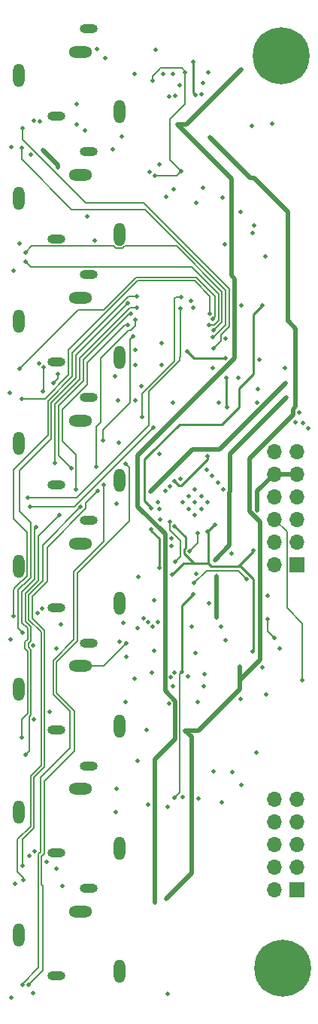
<source format=gbr>
%TF.GenerationSoftware,KiCad,Pcbnew,(6.0.11)*%
%TF.CreationDate,2023-02-21T23:01:43+01:00*%
%TF.ProjectId,eurorack-pmod-pcb,6575726f-7261-4636-9b2d-706d6f642d70,rev?*%
%TF.SameCoordinates,Original*%
%TF.FileFunction,Copper,L2,Inr*%
%TF.FilePolarity,Positive*%
%FSLAX46Y46*%
G04 Gerber Fmt 4.6, Leading zero omitted, Abs format (unit mm)*
G04 Created by KiCad (PCBNEW (6.0.11)) date 2023-02-21 23:01:43*
%MOMM*%
%LPD*%
G01*
G04 APERTURE LIST*
%TA.AperFunction,ComponentPad*%
%ADD10C,0.500000*%
%TD*%
%TA.AperFunction,ComponentPad*%
%ADD11C,0.800000*%
%TD*%
%TA.AperFunction,ComponentPad*%
%ADD12C,6.400000*%
%TD*%
%TA.AperFunction,ComponentPad*%
%ADD13O,1.308000X2.616000*%
%TD*%
%TA.AperFunction,ComponentPad*%
%ADD14O,2.016000X1.008000*%
%TD*%
%TA.AperFunction,ComponentPad*%
%ADD15O,2.616000X1.308000*%
%TD*%
%TA.AperFunction,ComponentPad*%
%ADD16R,1.700000X1.700000*%
%TD*%
%TA.AperFunction,ComponentPad*%
%ADD17O,1.700000X1.700000*%
%TD*%
%TA.AperFunction,ViaPad*%
%ADD18C,0.500000*%
%TD*%
%TA.AperFunction,Conductor*%
%ADD19C,0.200000*%
%TD*%
%TA.AperFunction,Conductor*%
%ADD20C,0.508000*%
%TD*%
%TA.AperFunction,Conductor*%
%ADD21C,0.204000*%
%TD*%
%TA.AperFunction,Conductor*%
%ADD22C,0.254000*%
%TD*%
G04 APERTURE END LIST*
D10*
%TO.N,GND*%
%TO.C,U1*%
X742645Y-54694482D03*
X2156859Y-54694482D03*
X2156859Y-53280268D03*
X1449752Y-52573161D03*
X742645Y-53280268D03*
X1449752Y-55401589D03*
X1449752Y-53987375D03*
X2863966Y-53987375D03*
X35538Y-53987375D03*
%TD*%
D11*
%TO.N,N/C*%
%TO.C,REF\u002A\u002A*%
X12873056Y-2112944D03*
X8776000Y-3810000D03*
X9478944Y-2112944D03*
D12*
X11176000Y-3810000D03*
D11*
X12873056Y-5507056D03*
X11176000Y-1410000D03*
X11176000Y-6210000D03*
X13576000Y-3810000D03*
X9478944Y-5507056D03*
%TD*%
D13*
%TO.N,GND*%
%TO.C,J10*%
X-18382000Y-88772626D03*
D14*
X-10482000Y-83572626D03*
D15*
%TO.N,/JACK_DETECT_OUT3*%
X-11482000Y-86172626D03*
D14*
%TO.N,Net-(J10-PadT)*%
X-14182000Y-93372626D03*
D13*
%TO.N,unconnected-(J10-PadTN)*%
X-7082000Y-92872626D03*
%TD*%
%TO.N,GND*%
%TO.C,J5*%
X-18382000Y-19829771D03*
D14*
X-10482000Y-14629771D03*
D15*
%TO.N,/JACK_DETECT_IN2*%
X-11482000Y-17229771D03*
D14*
%TO.N,Net-(J5-PadT)*%
X-14182000Y-24429771D03*
D13*
%TO.N,unconnected-(J5-PadTN)*%
X-7082000Y-23929771D03*
%TD*%
D11*
%TO.N,N/C*%
%TO.C,REF\u002A\u002A*%
X11303000Y-108699000D03*
X13000056Y-107996056D03*
X9605944Y-104601944D03*
X13000056Y-104601944D03*
D12*
X11303000Y-106299000D03*
D11*
X9605944Y-107996056D03*
X13703000Y-106299000D03*
X11303000Y-103899000D03*
X8903000Y-106299000D03*
%TD*%
D16*
%TO.N,Net-(D2-Pad1)*%
%TO.C,J1*%
X12954000Y-97459800D03*
D17*
X10414000Y-97459800D03*
%TO.N,GND*%
X12954000Y-94919800D03*
X10414000Y-94919800D03*
X12954000Y-92379800D03*
X10414000Y-92379800D03*
X12954000Y-89839800D03*
X10414000Y-89839800D03*
%TO.N,Net-(D1-Pad2)*%
X12954000Y-87299800D03*
X10414000Y-87299800D03*
%TD*%
D13*
%TO.N,GND*%
%TO.C,J9*%
X-18382000Y-74984055D03*
D14*
X-10482000Y-69784055D03*
D15*
%TO.N,/JACK_DETECT_OUT2*%
X-11482000Y-72384055D03*
D14*
%TO.N,Net-(J9-PadT)*%
X-14182000Y-79584055D03*
D13*
%TO.N,unconnected-(J9-PadTN)*%
X-7082000Y-79084055D03*
%TD*%
%TO.N,GND*%
%TO.C,J11*%
X-18382000Y-102561200D03*
D14*
X-10482000Y-97361200D03*
D15*
%TO.N,/JACK_DETECT_OUT4*%
X-11482000Y-99961200D03*
D14*
%TO.N,Net-(J11-PadT)*%
X-14182000Y-107161200D03*
D13*
%TO.N,unconnected-(J11-PadTN)*%
X-7082000Y-106661200D03*
%TD*%
%TO.N,GND*%
%TO.C,J7*%
X-18382000Y-47406913D03*
D14*
X-10482000Y-42206913D03*
D15*
%TO.N,/JACK_DETECT_IN4*%
X-11482000Y-44806913D03*
D14*
%TO.N,Net-(J7-PadT)*%
X-14182000Y-52006913D03*
D13*
%TO.N,unconnected-(J7-PadTN)*%
X-7082000Y-51506913D03*
%TD*%
%TO.N,GND*%
%TO.C,J4*%
X-18382000Y-6041200D03*
D14*
X-10482000Y-841200D03*
D15*
%TO.N,/JACK_DETECT_IN1*%
X-11482000Y-3441200D03*
D14*
%TO.N,Net-(J4-PadT)*%
X-14182000Y-10641200D03*
D13*
%TO.N,unconnected-(J4-PadTN)*%
X-7082000Y-10141200D03*
%TD*%
%TO.N,GND*%
%TO.C,J6*%
X-18382000Y-33618342D03*
D14*
X-10482000Y-28418342D03*
D15*
%TO.N,/JACK_DETECT_IN3*%
X-11482000Y-31018342D03*
D14*
%TO.N,Net-(J6-PadT)*%
X-14182000Y-38218342D03*
D13*
%TO.N,unconnected-(J6-PadTN)*%
X-7082000Y-37718342D03*
%TD*%
%TO.N,GND*%
%TO.C,J8*%
X-18382000Y-61195484D03*
D14*
X-10482000Y-55995484D03*
D15*
%TO.N,/JACK_DETECT_OUT1*%
X-11482000Y-58595484D03*
D14*
%TO.N,Net-(J8-PadT)*%
X-14182000Y-65795484D03*
D13*
%TO.N,unconnected-(J8-PadTN)*%
X-7082000Y-65295484D03*
%TD*%
D16*
%TO.N,/SDIN1*%
%TO.C,J2*%
X12954000Y-60960000D03*
D17*
%TO.N,/SCL*%
X10414000Y-60960000D03*
%TO.N,/SDOUT1*%
X12954000Y-58420000D03*
%TO.N,/SDA*%
X10414000Y-58420000D03*
%TO.N,/LRCK*%
X12954000Y-55880000D03*
%TO.N,/PDN*%
X10414000Y-55880000D03*
%TO.N,/BICK*%
X12954000Y-53340000D03*
%TO.N,/MCLK*%
X10414000Y-53340000D03*
%TO.N,GNDD*%
X12954000Y-50800000D03*
X10414000Y-50800000D03*
%TO.N,/C_3V3*%
X12954000Y-48260000D03*
X10414000Y-48260000D03*
%TD*%
D18*
%TO.N,GND*%
X2336800Y-18643600D03*
X8331200Y-82092800D03*
X8534400Y-41300400D03*
X4572000Y-19761200D03*
X6553200Y-76047600D03*
X-932100Y-18802608D03*
X-763232Y-8358162D03*
X2435539Y-74665602D03*
X-154910Y-51371921D03*
X4826000Y-24993600D03*
X8483600Y-42773600D03*
X7951500Y-23749500D03*
X5588000Y-59690000D03*
X-2590800Y-48514000D03*
X1593280Y-62044009D03*
X11582400Y-38862000D03*
X8737600Y-37947600D03*
X-1625600Y-88138000D03*
X2214412Y-8170560D03*
X-1074147Y-74653166D03*
X-1625600Y-109169200D03*
X-1063556Y-42806044D03*
X-5042408Y-83005297D03*
X2968102Y-5718698D03*
X4927600Y-69443600D03*
X6553200Y-21386800D03*
X6654800Y-85750400D03*
X6647100Y-31851929D03*
%TO.N,+3.3VA*%
X-3556000Y-52781200D03*
X11684000Y-40589200D03*
%TO.N,VDD*%
X3911600Y-66954400D03*
X9601200Y-67106800D03*
X-6631160Y-67546300D03*
X3708400Y-60452000D03*
X-13970000Y-16357600D03*
X-15697200Y-14427200D03*
X10363200Y-69240400D03*
X3911600Y-62230000D03*
X-4363398Y-67011059D03*
X11734800Y-42164000D03*
%TO.N,+12V*%
X355600Y-79603600D03*
X6502400Y-72440800D03*
X11938000Y-33680400D03*
X-1778000Y-98501200D03*
X3149600Y-12954000D03*
X8128000Y-17526000D03*
%TO.N,-12V*%
X5537200Y-28498800D03*
X-863600Y-80619600D03*
X-3048000Y-98958400D03*
X6654800Y-5384800D03*
X-558800Y-11531600D03*
%TO.N,Net-(C21-Pad2)*%
X-5334000Y-5892800D03*
X-2133600Y-5842000D03*
%TO.N,Net-(C23-Pad1)*%
X-1270000Y-73609200D03*
X-1473200Y-76555600D03*
%TO.N,Net-(C18-Pad1)*%
X-2590800Y-16002000D03*
X-3688646Y-16895988D03*
%TO.N,/SDIN1*%
X1778000Y-57454800D03*
X9652000Y-64465200D03*
X812800Y-59486800D03*
%TO.N,/SCL*%
X1371600Y-63042800D03*
X-762000Y-60655200D03*
X-1397000Y-56159400D03*
X7274135Y-62648630D03*
X-5283200Y-38557200D03*
%TO.N,/SDOUT1*%
X-1168400Y-58877200D03*
%TO.N,/SDA*%
X-2318956Y-38524244D03*
X-1175508Y-58072404D03*
X3048000Y-65328800D03*
%TO.N,/PDN*%
X13563600Y-73964800D03*
X-2489200Y-55880000D03*
%TO.N,Net-(C25-Pad1)*%
X5689600Y-84277200D03*
X3556000Y-84226400D03*
%TO.N,/-VCOM*%
X-101600Y-16764000D03*
X9042400Y-31902400D03*
X-50800Y-73050400D03*
X1219200Y-64262000D03*
X-3352800Y-6604000D03*
X-3505200Y-54610000D03*
X-3505200Y-57048400D03*
X-863600Y-87172800D03*
X-2576689Y-61301489D03*
X304800Y-5689600D03*
X-3098800Y-17272000D03*
%TO.N,/dual_mono_inputs1/IN1_3V*%
X13193999Y-43857265D03*
X2743200Y-50292000D03*
%TO.N,Net-(RN4-Pad5)*%
X-1475846Y-8460844D03*
X-1066800Y-5892800D03*
%TO.N,/dual_mono_inputs1/IN2_3V*%
X12803761Y-44991100D03*
X3403600Y-51003200D03*
%TO.N,/vref/+3V0_AREF*%
X4165600Y-42824400D03*
X-863600Y-51612800D03*
X2844800Y-48768000D03*
X6299200Y-40030400D03*
%TO.N,/dual_mono_inputs2/IN1_3V*%
X13647500Y-45059600D03*
X4064000Y-51765200D03*
%TO.N,Net-(RN3-Pad5)*%
X-269437Y-7156028D03*
X2387600Y-6858000D03*
%TO.N,/dual_mono_inputs2/IN2_3V*%
X7874000Y-11734800D03*
X14224000Y-45669200D03*
X4673600Y-52527200D03*
X10160000Y-11430000D03*
%TO.N,/dual_mono_outputs1/OUT1*%
X-1361352Y-52210926D03*
X660400Y-73558400D03*
%TO.N,Net-(C20-Pad1)*%
X1524326Y-8284952D03*
X1270000Y-4521200D03*
%TO.N,/dual_mono_outputs1/OUT2*%
X-863600Y-73101200D03*
X-1846497Y-52714850D03*
%TO.N,/dual_mono_outputs2/OUT1*%
X56511Y-87067040D03*
X-2743200Y-53949600D03*
%TO.N,/dual_mono_outputs2/OUT2*%
X-2590800Y-54711600D03*
X1828800Y-87223600D03*
%TO.N,Net-(D3-Pad1)*%
X3505200Y-36728400D03*
X-17983200Y-11938000D03*
%TO.N,Net-(C22-Pad1)*%
X2489200Y-73304400D03*
X1778054Y-76440704D03*
%TO.N,Net-(D4-Pad1)*%
X-18084800Y-14173200D03*
X3454400Y-35458400D03*
%TO.N,Net-(D4-Pad2)*%
X-16691985Y-11111802D03*
X-19202400Y-14071600D03*
%TO.N,Net-(D5-Pad1)*%
X-17627600Y-25908000D03*
X3505200Y-34696400D03*
%TO.N,GNDD*%
X3698929Y-56546040D03*
X-851013Y-56665302D03*
X7924800Y-70713600D03*
X4978400Y-39979600D03*
X10972800Y-70358000D03*
X9499600Y-75590400D03*
X8483600Y-54914800D03*
X558800Y-37033200D03*
X9042400Y-72542400D03*
X-1115401Y-62127521D03*
X5029200Y-43281600D03*
X8018844Y-59428444D03*
X4927600Y-37795200D03*
X2899940Y-57306930D03*
%TO.N,Net-(D5-Pad2)*%
X-16002000Y-11226800D03*
X-17050956Y-14917356D03*
%TO.N,Net-(J4-PadT)*%
X-1778000Y-19659600D03*
%TO.N,Net-(J5-PadT)*%
X1574800Y-20320000D03*
%TO.N,Net-(J6-PadT)*%
X-10972800Y-12242800D03*
%TO.N,Net-(J7-PadT)*%
X-2997200Y-3200400D03*
X-11836400Y-9296400D03*
X-11887200Y-11531600D03*
%TO.N,Net-(J8-PadT)*%
X-4013200Y-79502000D03*
%TO.N,Net-(J9-PadT)*%
X-5366956Y-73794556D03*
%TO.N,Net-(D6-Pad1)*%
X-17627600Y-26974800D03*
X3048000Y-34036000D03*
%TO.N,Net-(D6-Pad2)*%
X-18948400Y-27940000D03*
X-18338800Y-24942800D03*
%TO.N,Net-(D7-Pad1)*%
X3454400Y-33426400D03*
X-18338800Y-38963600D03*
%TO.N,Net-(D8-Pad1)*%
X-18084800Y-42367200D03*
X3149600Y-32766000D03*
%TO.N,Net-(D8-Pad2)*%
X-16143262Y-38376033D03*
X-19405600Y-41656000D03*
%TO.N,Net-(D9-Pad1)*%
X-203200Y-32207200D03*
X1219200Y-32156400D03*
X-17373600Y-53492400D03*
%TO.N,Net-(D9-Pad2)*%
X-15687900Y-41505053D03*
X-15595600Y-38811200D03*
%TO.N,Net-(D10-Pad1)*%
X-3200400Y-45567600D03*
X-4521200Y-44399200D03*
X-17119600Y-54457600D03*
X1016000Y-31343600D03*
X-121341Y-30971349D03*
%TO.N,Net-(D10-Pad2)*%
X-13978881Y-39620301D03*
X-14499890Y-40634418D03*
%TO.N,Net-(D11-Pad1)*%
X-19020003Y-66751200D03*
X-5080000Y-30835600D03*
%TO.N,Net-(D12-Pad1)*%
X-17983200Y-68630800D03*
X-6075670Y-31638221D03*
%TO.N,Net-(D12-Pad2)*%
X-16265300Y-66381441D03*
X-19354800Y-69392800D03*
%TO.N,Net-(D13-Pad1)*%
X-14325600Y-49530000D03*
X-5130800Y-32156400D03*
X-16459200Y-56794400D03*
X-18034000Y-80365600D03*
%TO.N,Net-(D13-Pad2)*%
X-16744691Y-70042924D03*
X-15734016Y-65926423D03*
%TO.N,Net-(D14-Pad1)*%
X-12496800Y-50139600D03*
X-13817600Y-55372000D03*
X-17656935Y-82345390D03*
X-5740400Y-32816800D03*
%TO.N,Net-(J10-PadT)*%
X-3860800Y-87884000D03*
%TO.N,Net-(D14-Pad2)*%
X-14893700Y-77548953D03*
X-13665200Y-67716400D03*
X-16697001Y-78340617D03*
X-14122400Y-70358000D03*
%TO.N,Net-(D15-Pad1)*%
X-17932400Y-94742000D03*
X-9652000Y-49987200D03*
X-5283200Y-33477200D03*
X-9499600Y-52730400D03*
%TO.N,Net-(D16-Pad1)*%
X-17881600Y-96418400D03*
X-11430000Y-54508400D03*
X-11938000Y-52527200D03*
X-6096000Y-34086800D03*
%TO.N,Net-(D16-Pad2)*%
X-17194056Y-93667958D03*
X-18846800Y-96824800D03*
%TO.N,Net-(D17-Pad1)*%
X-8940800Y-46990000D03*
X-17971503Y-108153200D03*
X-8788400Y-52019200D03*
X-5537200Y-35306000D03*
%TO.N,Net-(D17-Pad2)*%
X-16644556Y-93134244D03*
X-14182500Y-95148400D03*
%TO.N,Net-(D18-Pad1)*%
X-7213600Y-42570400D03*
X-7112000Y-47244000D03*
X-5283200Y-36830000D03*
X-4622800Y-40894000D03*
X-6400800Y-49631600D03*
X-17272000Y-108153200D03*
%TO.N,Net-(D18-Pad2)*%
X-13512800Y-97028000D03*
X-15290800Y-94386400D03*
X-16764000Y-109067600D03*
X-19258700Y-109575600D03*
%TO.N,/JACK_DETECT_IN1*%
X4927600Y-35560000D03*
X-6756400Y-12903200D03*
X-9601200Y-3048000D03*
X-7823200Y-14325600D03*
X3454400Y-38862000D03*
X-10668000Y-21844000D03*
X-9855200Y-24587200D03*
X-3149600Y-64973200D03*
X-8686800Y-4064000D03*
%TO.N,/JACK_DETECT_IN2*%
X-5232400Y-42519600D03*
X-4927600Y-62382400D03*
X-7569200Y-39827200D03*
%TO.N,/JACK_DETECT_IN3*%
X-4978400Y-68122800D03*
%TO.N,/JACK_DETECT_IN4*%
X-3809244Y-67437928D03*
X-7366000Y-54152800D03*
%TO.N,/JACK_DETECT_OUT1*%
X-3184800Y-70647200D03*
X-7061200Y-69646800D03*
%TO.N,/JACK_DETECT_OUT2*%
X-6248400Y-69799200D03*
X-3302000Y-67919600D03*
%TO.N,/JACK_DETECT_OUT3*%
X-2763353Y-67418293D03*
X-6400800Y-76403200D03*
X-6248400Y-71323200D03*
%TO.N,/JACK_DETECT_OUT4*%
X-3398742Y-73072653D03*
X-7467600Y-88747600D03*
X-7416800Y-86156800D03*
X1473200Y-70916800D03*
%TO.N,Net-(J11-PadT)*%
X4470400Y-87680800D03*
%TO.N,/~{PDN}*%
X-2336800Y-36068000D03*
X4368800Y-67919600D03*
X1117600Y-67919600D03*
%TO.N,Net-(RN7-Pad6)*%
X8077200Y-22860000D03*
X9398000Y-26365200D03*
%TD*%
D19*
%TO.N,Net-(D6-Pad1)*%
X3048000Y-34036000D02*
X3621911Y-34036000D01*
X3621911Y-34036000D02*
X4101002Y-33556909D01*
X4098601Y-30610021D02*
X1072980Y-27584400D01*
X4101002Y-33556909D02*
X4101002Y-30657042D01*
X4101002Y-30657042D02*
X4098601Y-30654641D01*
X4098601Y-30654641D02*
X4098601Y-30610021D01*
X-17018000Y-27584400D02*
X-17627600Y-26974800D01*
X1072980Y-27584400D02*
X-17018000Y-27584400D01*
%TO.N,Net-(D5-Pad1)*%
X-17627600Y-25908000D02*
X-16916400Y-25196800D01*
X-16916400Y-25196800D02*
X-7714893Y-25196800D01*
X4498102Y-30489162D02*
X4500503Y-30491563D01*
X3526491Y-34696400D02*
X3505200Y-34696400D01*
X-7714893Y-25196800D02*
X-7446922Y-25464771D01*
X-7446922Y-25464771D02*
X-6717078Y-25464771D01*
X-6717078Y-25464771D02*
X-6449107Y-25196800D01*
X-6449107Y-25196800D02*
X-648040Y-25196800D01*
X-648040Y-25196800D02*
X4498102Y-30342942D01*
X4498102Y-30342942D02*
X4498102Y-30489162D01*
X4500503Y-30491563D02*
X4500503Y-33722388D01*
X4500503Y-33722388D02*
X3526491Y-34696400D01*
%TO.N,Net-(D18-Pad1)*%
X-14122400Y-71882000D02*
X-11790000Y-69549600D01*
X-12090400Y-77419200D02*
X-14122400Y-75387200D01*
X-12090400Y-81889600D02*
X-12090400Y-77419200D01*
X-5943600Y-50088800D02*
X-6400800Y-49631600D01*
X-15494000Y-85293200D02*
X-12090400Y-81889600D01*
X-15494000Y-90373200D02*
X-15494000Y-85293200D01*
X-11790000Y-69549600D02*
X-11790000Y-61929600D01*
X-15490000Y-90377200D02*
X-15494000Y-90373200D01*
X-15827899Y-96897301D02*
X-15827899Y-93755099D01*
X-15490000Y-93417200D02*
X-15490000Y-90377200D01*
X-14122400Y-75387200D02*
X-14122400Y-71882000D01*
X-15697200Y-106578400D02*
X-15697200Y-97028000D01*
X-15827899Y-93755099D02*
X-15490000Y-93417200D01*
X-15697200Y-97028000D02*
X-15827899Y-96897301D01*
X-17272000Y-108153200D02*
X-15697200Y-106578400D01*
X-11790000Y-61929600D02*
X-5943600Y-56083200D01*
X-5943600Y-56083200D02*
X-5943600Y-50088800D01*
%TO.N,Net-(D17-Pad1)*%
X-12189501Y-69384121D02*
X-12189501Y-61764121D01*
X-14521901Y-75552679D02*
X-14521901Y-71716521D01*
X-12649200Y-77425380D02*
X-14521901Y-75552679D01*
X-12649200Y-81534000D02*
X-12649200Y-77425380D01*
X-16154400Y-93421200D02*
X-15951200Y-93218000D01*
X-15951200Y-84836000D02*
X-12649200Y-81534000D01*
X-15951200Y-93218000D02*
X-15951200Y-84836000D01*
X-16154400Y-106222800D02*
X-16154400Y-93421200D01*
X-17971503Y-108039903D02*
X-16154400Y-106222800D01*
X-12189501Y-61764121D02*
X-8788400Y-58363020D01*
X-14521901Y-71716521D02*
X-12189501Y-69384121D01*
X-17971503Y-108153200D02*
X-17971503Y-108039903D01*
X-8788400Y-58363020D02*
X-8788400Y-52019200D01*
D20*
%TO.N,+3.3VA*%
X1160700Y-48064500D02*
X-3556000Y-52781200D01*
X4208700Y-48064500D02*
X1160700Y-48064500D01*
X11684000Y-40589200D02*
X4208700Y-48064500D01*
D21*
%TO.N,VDD*%
X10363200Y-69240400D02*
X9601200Y-68478400D01*
D20*
X5326300Y-52869400D02*
X5326300Y-58834100D01*
X5377100Y-52818600D02*
X5326300Y-52869400D01*
X5326300Y-58834100D02*
X3708400Y-60452000D01*
X-13970000Y-16154400D02*
X-15697200Y-14427200D01*
X5377100Y-48521700D02*
X5377100Y-52818600D01*
X11734800Y-42164000D02*
X5377100Y-48521700D01*
D21*
X9601200Y-68478400D02*
X9601200Y-67106800D01*
D20*
X3911600Y-62230000D02*
X3911600Y-66954400D01*
X-13970000Y-16357600D02*
X-13970000Y-16154400D01*
%TO.N,+12V*%
X12490499Y-44148665D02*
X12490499Y-43565865D01*
X7572898Y-49087460D02*
X12501096Y-44159262D01*
X8759301Y-56191059D02*
X7572898Y-55004656D01*
X12501096Y-44159262D02*
X12490499Y-44148665D01*
X8128000Y-17526000D02*
X7721600Y-17526000D01*
X11938000Y-33680400D02*
X11938000Y-21336000D01*
X5892800Y-75539600D02*
X6502400Y-74930000D01*
X7572898Y-55004656D02*
X7572898Y-49087460D01*
X-1778000Y-98501200D02*
X1066800Y-95656400D01*
X8759301Y-71707899D02*
X8759301Y-56191059D01*
X12801600Y-34493200D02*
X11988800Y-33680400D01*
X7721600Y-17526000D02*
X3149600Y-12954000D01*
X355600Y-79603600D02*
X1828800Y-79603600D01*
X12801600Y-43254764D02*
X12801600Y-34493200D01*
X1828800Y-79603600D02*
X5892800Y-75539600D01*
X11988800Y-33680400D02*
X11938000Y-33680400D01*
X6502400Y-74930000D02*
X6502400Y-73964800D01*
X12490499Y-43565865D02*
X12801600Y-43254764D01*
X1066800Y-95656400D02*
X1066800Y-80314800D01*
X11938000Y-21336000D02*
X8128000Y-17526000D01*
X1066800Y-80314800D02*
X355600Y-79603600D01*
X6502400Y-73964800D02*
X6502400Y-72440800D01*
X6502400Y-73964800D02*
X8759301Y-71707899D01*
%TO.N,-12V*%
X-4978400Y-54457600D02*
X-4978400Y-48696100D01*
X5943600Y-37774100D02*
X5943600Y-28905200D01*
X-1879600Y-57556400D02*
X-4978400Y-54457600D01*
X-1923500Y-75181111D02*
X-1923500Y-73338511D01*
X5943600Y-28905200D02*
X5537200Y-28498800D01*
X-1879600Y-73294611D02*
X-1879600Y-57556400D01*
X-768900Y-76335711D02*
X-1923500Y-75181111D01*
X-3048000Y-98958400D02*
X-3048000Y-82804000D01*
X-1923500Y-73338511D02*
X-1879600Y-73294611D01*
X-3048000Y-82804000D02*
X-863600Y-80619600D01*
X-768900Y-80524900D02*
X-768900Y-76335711D01*
X-558800Y-11531600D02*
X508000Y-11531600D01*
X-4978400Y-48696100D02*
X5943600Y-37774100D01*
X5537200Y-28498800D02*
X5537200Y-17627600D01*
X508000Y-11531600D02*
X6654800Y-5384800D01*
X5537200Y-17627600D02*
X-558800Y-11531600D01*
X-863600Y-80619600D02*
X-768900Y-80524900D01*
D19*
%TO.N,/SDIN1*%
X1778000Y-58521600D02*
X812800Y-59486800D01*
X1778000Y-57454800D02*
X1778000Y-58521600D01*
%TO.N,/SCL*%
X2743200Y-61671200D02*
X6296705Y-61671200D01*
X1371600Y-63042800D02*
X2743200Y-61671200D01*
X-762000Y-60655200D02*
X-152400Y-60045600D01*
X-152400Y-60045600D02*
X-152400Y-58318400D01*
X-152400Y-58318400D02*
X-1397000Y-57073800D01*
X6296705Y-61671200D02*
X7274135Y-62648630D01*
X-1397000Y-57073800D02*
X-1397000Y-56159400D01*
%TO.N,/PDN*%
X11804000Y-65804400D02*
X11887200Y-65887600D01*
X11887200Y-65887600D02*
X13563600Y-67564000D01*
X10414000Y-55880000D02*
X11804000Y-57270000D01*
X11804000Y-57270000D02*
X11804000Y-65804400D01*
X13563600Y-67564000D02*
X13563600Y-73964800D01*
D22*
%TO.N,/-VCOM*%
X9042400Y-31902400D02*
X8026400Y-32918400D01*
D19*
X304800Y-5588000D02*
X-50800Y-5232400D01*
D22*
X-3454400Y-48361600D02*
X-4216400Y-49123600D01*
X-3505200Y-54508400D02*
X-3505200Y-54610000D01*
D19*
X-3352800Y-6096000D02*
X-3352800Y-6604000D01*
D22*
X-304800Y-45212000D02*
X-3454400Y-48361600D01*
D19*
X-2489200Y-5232400D02*
X-2590800Y-5334000D01*
X-304800Y-73304400D02*
X-50800Y-73050400D01*
D22*
X6400800Y-43281600D02*
X4470400Y-45212000D01*
X-2590800Y-61287378D02*
X-2576689Y-61301489D01*
X-4216400Y-52171600D02*
X-4216400Y-53797200D01*
D19*
X-304800Y-76120280D02*
X-304800Y-73304400D01*
X304800Y-9296400D02*
X-1371600Y-10972800D01*
D22*
X-3505200Y-57150000D02*
X-2590800Y-58064400D01*
D19*
X-3098800Y-17272000D02*
X-609600Y-17272000D01*
X-863600Y-87172800D02*
X-288399Y-86597599D01*
D22*
X8026400Y-38100000D02*
X8026400Y-39573200D01*
X7315200Y-40284400D02*
X6400800Y-41198800D01*
X8026400Y-39573200D02*
X7315200Y-40284400D01*
D19*
X304800Y-5689600D02*
X304800Y-9296400D01*
D22*
X-2590800Y-58064400D02*
X-2590800Y-61287378D01*
D19*
X-288399Y-86597599D02*
X-288399Y-76136680D01*
D22*
X-50800Y-65532000D02*
X-50800Y-73050400D01*
X6400800Y-41198800D02*
X6400800Y-43281600D01*
D19*
X-50800Y-5232400D02*
X-2489200Y-5232400D01*
D22*
X-3556000Y-54457600D02*
X-3505200Y-54508400D01*
X2235200Y-45212000D02*
X-304800Y-45212000D01*
D19*
X-2590800Y-5334000D02*
X-3352800Y-6096000D01*
X-1371600Y-10972800D02*
X-1371600Y-15494000D01*
D22*
X-3505200Y-57048400D02*
X-3505200Y-57150000D01*
X-4216400Y-49123600D02*
X-4216400Y-52171600D01*
X4470400Y-45212000D02*
X2235200Y-45212000D01*
D19*
X304800Y-5689600D02*
X304800Y-5588000D01*
D22*
X8026400Y-32918400D02*
X8026400Y-38100000D01*
X1219200Y-64262000D02*
X-50800Y-65532000D01*
D19*
X-609600Y-17272000D02*
X-101600Y-16764000D01*
X-1371600Y-15494000D02*
X-101600Y-16764000D01*
D22*
X-4216400Y-53797200D02*
X-3556000Y-54457600D01*
D19*
X-288399Y-76136680D02*
X-304800Y-76120280D01*
D22*
%TO.N,/vref/+3V0_AREF*%
X2844800Y-48768000D02*
X2844800Y-49187506D01*
X2844800Y-49187506D02*
X-88494Y-52120800D01*
X-355600Y-52120800D02*
X-863600Y-51612800D01*
X-88494Y-52120800D02*
X-355600Y-52120800D01*
%TO.N,Net-(C20-Pad1)*%
X1270000Y-8030626D02*
X1270000Y-4521200D01*
X1524326Y-8284952D02*
X1270000Y-8030626D01*
D19*
%TO.N,Net-(D3-Pad1)*%
X4355002Y-35188689D02*
X4355002Y-35878598D01*
X-10820400Y-20370800D02*
X-4344080Y-20370800D01*
X-4344080Y-20370800D02*
X5299505Y-30014385D01*
X-17983200Y-11938000D02*
X-17983200Y-13208000D01*
X5299505Y-30014385D02*
X5299505Y-34244186D01*
X4355002Y-35878598D02*
X3505200Y-36728400D01*
X-17983200Y-13208000D02*
X-10820400Y-20370800D01*
X5299505Y-34244186D02*
X4355002Y-35188689D01*
%TO.N,Net-(D4-Pad1)*%
X-18084800Y-15443200D02*
X-12446000Y-21082000D01*
X4900004Y-33887867D02*
X4897603Y-33890268D01*
X-12446000Y-21082000D02*
X-4197860Y-21082000D01*
X-4197860Y-21082000D02*
X4900004Y-30179864D01*
X4897603Y-34081108D02*
X3520311Y-35458400D01*
X3520311Y-35458400D02*
X3454400Y-35458400D01*
X4900004Y-30179864D02*
X4900004Y-33887867D01*
X4897603Y-33890268D02*
X4897603Y-34081108D01*
X-18084800Y-14173200D02*
X-18084800Y-15443200D01*
D20*
%TO.N,GNDD*%
X8483600Y-52730400D02*
X8483600Y-54914800D01*
D22*
X6604000Y-61163200D02*
X8026400Y-62585600D01*
X2914324Y-60826324D02*
X2914324Y-57321314D01*
X2914324Y-60826324D02*
X185796Y-60826324D01*
X1320800Y-37795200D02*
X4927600Y-37795200D01*
X386299Y-59098006D02*
X386299Y-57902614D01*
D20*
X10414000Y-50800000D02*
X12954000Y-50800000D01*
D22*
X185796Y-60826324D02*
X-1115401Y-62127521D01*
X6299200Y-61163200D02*
X8018844Y-59443556D01*
X3251200Y-61163200D02*
X6299200Y-61163200D01*
X2914324Y-60826324D02*
X3251200Y-61163200D01*
X3698929Y-56546040D02*
X3660830Y-56546040D01*
X1337029Y-60826324D02*
X236300Y-59725595D01*
X4978400Y-43230800D02*
X5029200Y-43281600D01*
X386299Y-57902614D02*
X-851013Y-56665302D01*
X8026400Y-70612000D02*
X7924800Y-70713600D01*
X3660830Y-56546040D02*
X2899940Y-57306930D01*
D20*
X10414000Y-50800000D02*
X8483600Y-52730400D01*
D22*
X4978400Y-39979600D02*
X4978400Y-43230800D01*
X558800Y-37033200D02*
X1320800Y-37795200D01*
X236300Y-59248005D02*
X386299Y-59098006D01*
X236300Y-59725595D02*
X236300Y-59248005D01*
X2914324Y-57321314D02*
X2899940Y-57306930D01*
X8018844Y-59443556D02*
X8018844Y-59428444D01*
X8026400Y-62585600D02*
X8026400Y-70612000D01*
X2914324Y-60826324D02*
X1337029Y-60826324D01*
X6299200Y-61163200D02*
X6604000Y-61163200D01*
D19*
%TO.N,Net-(D7-Pad1)*%
X3701501Y-33179299D02*
X3454400Y-33426400D01*
X-8845380Y-32359600D02*
X-5194679Y-28708899D01*
X-18338800Y-38963600D02*
X-11734800Y-32359600D01*
X1587879Y-28708899D02*
X3701501Y-30822521D01*
X-5194679Y-28708899D02*
X1587879Y-28708899D01*
X-11734800Y-32359600D02*
X-8845380Y-32359600D01*
X3701501Y-30822521D02*
X3701501Y-33179299D01*
%TO.N,Net-(D8-Pad1)*%
X-15455560Y-42367200D02*
X-12788521Y-39700161D01*
X1422400Y-29108400D02*
X3149600Y-30835600D01*
X-12788521Y-39700161D02*
X-12788521Y-36867721D01*
X3149600Y-30835600D02*
X3149600Y-32766000D01*
X-12788521Y-36867721D02*
X-5029200Y-29108400D01*
X-5029200Y-29108400D02*
X1422400Y-29108400D01*
X-18084800Y-42367200D02*
X-15455560Y-42367200D01*
%TO.N,Net-(D9-Pad1)*%
X-3749900Y-41551280D02*
X-260899Y-38062279D01*
X-203200Y-37642800D02*
X-203200Y-32207200D01*
X-11887200Y-53492400D02*
X-3749900Y-45355100D01*
X-260899Y-37700499D02*
X-203200Y-37642800D01*
X-17373600Y-53492400D02*
X-11887200Y-53492400D01*
X-260899Y-38062279D02*
X-260899Y-37700499D01*
X-3749900Y-45355100D02*
X-3749900Y-41551280D01*
%TO.N,Net-(D9-Pad2)*%
X-15595600Y-41412753D02*
X-15687900Y-41505053D01*
X-15595600Y-38811200D02*
X-15595600Y-41412753D01*
%TO.N,Net-(D10-Pad1)*%
X-4521200Y-44399200D02*
X-4521200Y-41757600D01*
X-12156311Y-54457600D02*
X-3266311Y-45567600D01*
X-4521200Y-41757600D02*
X-863600Y-38100000D01*
X-694549Y-30971349D02*
X-121341Y-30971349D01*
X-863600Y-38100000D02*
X-863600Y-31140400D01*
X-17119600Y-54457600D02*
X-12156311Y-54457600D01*
X-3266311Y-45567600D02*
X-3200400Y-45567600D01*
X-863600Y-31140400D02*
X-694549Y-30971349D01*
%TO.N,Net-(D10-Pad2)*%
X-14499890Y-40634418D02*
X-13978881Y-40113409D01*
X-13978881Y-40113409D02*
X-13978881Y-39620301D01*
%TO.N,Net-(D11-Pad1)*%
X-18870004Y-63650884D02*
X-18870004Y-63701684D01*
X-18022604Y-62803484D02*
X-18870004Y-63650884D01*
X-6050160Y-30835600D02*
X-12388301Y-37173741D01*
X-15131501Y-42608121D02*
X-15131501Y-46475101D01*
X-18948400Y-50292000D02*
X-18948400Y-55829200D01*
X-5080000Y-30835600D02*
X-6050160Y-30835600D01*
X-18870004Y-63701684D02*
X-19020003Y-63851683D01*
X-17428000Y-62244644D02*
X-17986840Y-62803484D01*
X-18948400Y-55829200D02*
X-17428000Y-57349600D01*
X-17428000Y-57349600D02*
X-17428000Y-62244644D01*
X-12388301Y-39864921D02*
X-15131501Y-42608121D01*
X-19020003Y-63851683D02*
X-19020003Y-66751200D01*
X-15131501Y-46475101D02*
X-18948400Y-50292000D01*
X-12388301Y-37173741D02*
X-12388301Y-39864921D01*
X-17986840Y-62803484D02*
X-18022604Y-62803484D01*
%TO.N,Net-(D12-Pad1)*%
X-18288000Y-54965600D02*
X-18288000Y-50393600D01*
X-17821361Y-63202985D02*
X-17028499Y-62410123D01*
X-11924202Y-39965802D02*
X-11924202Y-37464242D01*
X-17028499Y-62410123D02*
X-17028499Y-56225101D01*
X-18288000Y-50393600D02*
X-14732000Y-46837600D01*
X-18470503Y-63816363D02*
X-17857125Y-63202985D01*
X-17857125Y-63202985D02*
X-17821361Y-63202985D01*
X-11924202Y-37464242D02*
X-6098181Y-31638221D01*
X-14732000Y-46837600D02*
X-14732000Y-42773600D01*
X-18470503Y-68143497D02*
X-18470503Y-63816363D01*
X-14732000Y-42773600D02*
X-11924202Y-39965802D01*
X-17983200Y-68630800D02*
X-18470503Y-68143497D01*
X-17028499Y-56225101D02*
X-18288000Y-54965600D01*
X-6098181Y-31638221D02*
X-6075670Y-31638221D01*
%TO.N,Net-(D13-Pad1)*%
X-11524701Y-40157883D02*
X-11524701Y-37823990D01*
X-5857111Y-32156400D02*
X-5130800Y-32156400D01*
X-18071002Y-64017606D02*
X-16628998Y-62575602D01*
X-17417501Y-70712205D02*
X-17693692Y-70436014D01*
X-17693692Y-69649834D02*
X-17417501Y-69373643D01*
X-18034000Y-80365600D02*
X-18034000Y-78335525D01*
X-18034000Y-78335525D02*
X-17417501Y-77719026D01*
X-14325600Y-42958782D02*
X-11524701Y-40157883D01*
X-17417501Y-69373643D02*
X-17417501Y-68148239D01*
X-11524701Y-37823990D02*
X-5857111Y-32156400D01*
X-16628998Y-56964198D02*
X-16459200Y-56794400D01*
X-16628998Y-62575602D02*
X-16628998Y-56964198D01*
X-17417501Y-77719026D02*
X-17417501Y-70712205D01*
X-17417501Y-68148239D02*
X-18071002Y-67494738D01*
X-18071002Y-67494738D02*
X-18071002Y-64017606D01*
X-14325600Y-49530000D02*
X-14325600Y-42958782D01*
X-17693692Y-70436014D02*
X-17693692Y-69649834D01*
%TO.N,Net-(D14-Pad1)*%
X-13919200Y-48717200D02*
X-13919200Y-48666400D01*
X-13919200Y-48666400D02*
X-13919200Y-43129200D01*
X-11125200Y-40335200D02*
X-11125200Y-37998400D01*
X-17246501Y-78113006D02*
X-17246501Y-81934956D01*
X-17671501Y-64183085D02*
X-17671501Y-67329259D01*
X-17671501Y-67329259D02*
X-17016800Y-67983960D01*
X-17016800Y-67983960D02*
X-17016800Y-69537922D01*
X-5943600Y-32816800D02*
X-5740400Y-32816800D01*
X-17016800Y-69537922D02*
X-17294191Y-69815313D01*
X-17246501Y-81934956D02*
X-17656935Y-82345390D01*
X-13817600Y-55372000D02*
X-16229497Y-57783897D01*
X-17294191Y-69815313D02*
X-17294191Y-70270535D01*
X-16229497Y-62741081D02*
X-17671501Y-64183085D01*
X-12496800Y-50139600D02*
X-13919200Y-48717200D01*
X-17016800Y-70547926D02*
X-17016800Y-77883305D01*
X-17016800Y-77883305D02*
X-17246501Y-78113006D01*
X-11125200Y-37998400D02*
X-5943600Y-32816800D01*
X-13919200Y-43129200D02*
X-11125200Y-40335200D01*
X-17294191Y-70270535D02*
X-17016800Y-70547926D01*
X-16229497Y-57783897D02*
X-16229497Y-62741081D01*
%TO.N,Net-(D15-Pad1)*%
X-15494000Y-68376800D02*
X-16865600Y-67005200D01*
X-5791200Y-34696400D02*
X-5283200Y-34188400D01*
X-15494000Y-74625200D02*
X-15494000Y-68376800D01*
X-16662400Y-84886800D02*
X-15494000Y-83718400D01*
X-16662400Y-90531780D02*
X-16662400Y-84886800D01*
X-9144000Y-45008800D02*
X-9144000Y-37777182D01*
X-16865600Y-64566800D02*
X-16764000Y-64465200D01*
X-16662400Y-90531780D02*
X-16662400Y-90474800D01*
X-10820400Y-54660800D02*
X-10820400Y-54051200D01*
X-17932400Y-91801780D02*
X-16662400Y-90531780D01*
X-17932400Y-94742000D02*
X-17932400Y-91801780D01*
X-16764000Y-64465200D02*
X-15189200Y-62890400D01*
X-9144000Y-37777182D02*
X-6063218Y-34696400D01*
X-10820400Y-54051200D02*
X-9499600Y-52730400D01*
X-5283200Y-34188400D02*
X-5283200Y-33477200D01*
X-16865600Y-67005200D02*
X-16865600Y-64566800D01*
X-10820400Y-54692856D02*
X-10820400Y-54660800D01*
X-9652000Y-49987200D02*
X-9652000Y-45516800D01*
X-15189200Y-59283600D02*
X-15189200Y-59061656D01*
X-15189200Y-62890400D02*
X-15189200Y-59283600D01*
X-15494000Y-83718400D02*
X-15494000Y-74625200D01*
X-15189200Y-59061656D02*
X-10820400Y-54692856D01*
X-6063218Y-34696400D02*
X-5791200Y-34696400D01*
X-9652000Y-45516800D02*
X-9144000Y-45008800D01*
%TO.N,Net-(D16-Pad1)*%
X-17881600Y-96418400D02*
X-17881600Y-96113600D01*
X-17881600Y-96113600D02*
X-18542000Y-95453200D01*
X-11938000Y-52527200D02*
X-11938000Y-48615600D01*
X-18542000Y-95453200D02*
X-18542000Y-91846400D01*
X-17265101Y-67170679D02*
X-17265101Y-67012099D01*
X-15697200Y-62773764D02*
X-15697200Y-58775600D01*
X-15893501Y-83552921D02*
X-15893501Y-68542279D01*
X-17061901Y-90366301D02*
X-17061901Y-84721321D01*
X-13462000Y-47091600D02*
X-13462000Y-43545885D01*
X-18542000Y-91846400D02*
X-17061901Y-90366301D01*
X-17272000Y-64348564D02*
X-15697200Y-62773764D01*
X-10668000Y-38303200D02*
X-6451600Y-34086800D01*
X-15893501Y-68542279D02*
X-17265101Y-67170679D01*
X-6451600Y-34086800D02*
X-6096000Y-34086800D01*
X-17061901Y-84721321D02*
X-15893501Y-83552921D01*
X-17265101Y-67012099D02*
X-17272000Y-67005200D01*
X-13462000Y-43545885D02*
X-10668000Y-40751885D01*
X-10668000Y-40751885D02*
X-10668000Y-39624000D01*
X-10668000Y-39624000D02*
X-10668000Y-38303200D01*
X-15697200Y-58775600D02*
X-11430000Y-54508400D01*
X-17272000Y-67005200D02*
X-17272000Y-64348564D01*
X-11938000Y-48615600D02*
X-13462000Y-47091600D01*
%TO.N,Net-(D17-Pad1)*%
X-8940800Y-45821600D02*
X-7924800Y-44805600D01*
X-5892800Y-42773600D02*
X-5892800Y-36169600D01*
X-5892800Y-35661600D02*
X-5537200Y-35306000D01*
X-8940800Y-46990000D02*
X-8940800Y-45821600D01*
X-7924800Y-44805600D02*
X-5892800Y-42773600D01*
X-5892800Y-36169600D02*
X-5892800Y-35661600D01*
%TO.N,/JACK_DETECT_OUT2*%
X-8833255Y-72384055D02*
X-6248400Y-69799200D01*
X-11482000Y-72384055D02*
X-8833255Y-72384055D01*
%TD*%
M02*

</source>
